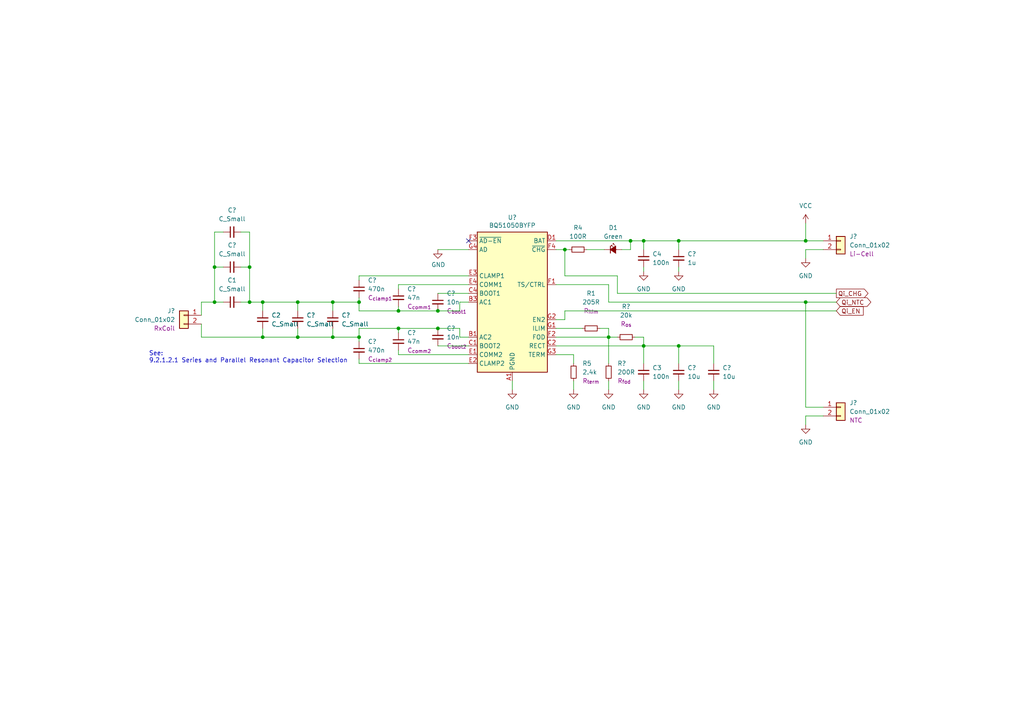
<source format=kicad_sch>
(kicad_sch (version 20211123) (generator eeschema)
  (paper "A4")
  (lib_symbols
    (symbol "Battery_Management:BQ51050BYFP"
      (property "Reference" "U" (at -8.89 21.59 0))
      (property "Value" "BQ51050BYFP" (at 7.62 21.59 0))
      (symbol "BQ51050BYFP_0_1"
        (rectangle (start -10.16 -20.32) (end 10.16 20.32) (stroke (width 0.254)) (fill (type background)))
      )
      (symbol "BQ51050BYFP_1_1"
        (pin power_in line (at 0 -22.86 90) (length 2.54) (name "PGND") (number "A1"))
        (pin passive line (at 0 -22.86 90) (length 2.54) hide (name "PGND") (number "A2"))
        (pin passive line (at 0 -22.86 90) (length 2.54) hide (name "PGND") (number "A3"))
        (pin passive line (at 0 -22.86 90) (length 2.54) hide (name "PGND") (number "A4"))
        (pin input line (at -12.7 -10.16 0) (length 2.54) (name "AC2") (number "B1"))
        (pin input line (at -12.7 -10.16 0) (length 2.54) hide (name "AC2") (number "B2"))
        (pin input line (at -12.7 0 0) (length 2.54) (name "AC1") (number "B3"))
        (pin input line (at -12.7 0 0) (length 2.54) hide (name "AC1") (number "B4"))
        (pin passive line (at -12.7 -12.7 0) (length 2.54) (name "BOOT2") (number "C1"))
        (pin passive line (at 12.7 -12.7 180) (length 2.54) (name "RECT") (number "C2"))
        (pin passive line (at 12.7 -12.7 180) (length 2.54) hide (name "RECT") (number "C3"))
        (pin passive line (at -12.7 2.54 0) (length 2.54) (name "BOOT1") (number "C4"))
        (pin power_out line (at 12.7 17.78 180) (length 2.54) (name "BAT") (number "D1"))
        (pin passive line (at 12.7 17.78 180) (length 2.54) hide (name "BAT") (number "D2"))
        (pin passive line (at 12.7 17.78 180) (length 2.54) hide (name "BAT") (number "D3"))
        (pin passive line (at 12.7 17.78 180) (length 2.54) hide (name "BAT") (number "D4"))
        (pin open_collector line (at -12.7 -15.24 0) (length 2.54) (name "COMM2") (number "E1"))
        (pin open_collector line (at -12.7 -17.78 0) (length 2.54) (name "CLAMP2") (number "E2"))
        (pin open_collector line (at -12.7 7.62 0) (length 2.54) (name "CLAMP1") (number "E3"))
        (pin open_collector line (at -12.7 5.08 0) (length 2.54) (name "COMM1") (number "E4"))
        (pin input line (at 12.7 5.08 180) (length 2.54) (name "TS/CTRL") (number "F1"))
        (pin input line (at 12.7 -10.16 180) (length 2.54) (name "FOD") (number "F2"))
        (pin output line (at -12.7 17.78 0) (length 2.54) (name "~{AD-EN}") (number "F3"))
        (pin open_collector line (at 12.7 15.24 180) (length 2.54) (name "~{CHG}") (number "F4"))
        (pin passive line (at 12.7 -7.62 180) (length 2.54) (name "ILIM") (number "G1"))
        (pin input line (at 12.7 -5.08 180) (length 2.54) (name "EN2") (number "G2"))
        (pin input line (at 12.7 -15.24 180) (length 2.54) (name "TERM") (number "G3"))
        (pin input line (at -12.7 15.24 0) (length 2.54) (name "AD") (number "G4"))
      )
    )
    (symbol "Connector_Generic:Conn_01x02" (pin_names (offset 1.016) hide)
      (property "Reference" "J" (at 0 2.54 0))
      (property "Value" "Conn_01x02" (at 0 -5.08 0))
      (symbol "Conn_01x02_1_1"
        (rectangle (start -1.27 -2.413) (end 0 -2.667) (stroke (width 0.1524)))
        (rectangle (start -1.27 0.127) (end 0 -0.127) (stroke (width 0.1524)))
        (rectangle (start -1.27 1.27) (end 1.27 -3.81) (stroke (width 0.254)) (fill (type background)))
        (pin passive line (at -5.08 0 0) (length 3.81) (name "Pin_1") (number "1"))
        (pin passive line (at -5.08 -2.54 0) (length 3.81) (name "Pin_2") (number "2"))
      )
    )
    (symbol "Device:C_Small" (pin_numbers hide) (pin_names (offset 0.254) hide)
      (property "Reference" "C" (at 0.254 1.778 0))
      (property "Value" "C_Small" (at 0.254 -2.032 0))
      (symbol "C_Small_0_1"
        (polyline (pts (xy -1.524 -0.508) (xy 1.524 -0.508)) (stroke (width 0.3302)))
        (polyline (pts (xy -1.524 0.508) (xy 1.524 0.508)) (stroke (width 0.3048)))
      )
      (symbol "C_Small_1_1"
        (pin passive line (at 0 2.54 270) (length 2.032) (name "~") (number "1"))
        (pin passive line (at 0 -2.54 90) (length 2.032) (name "~") (number "2"))
      )
    )
    (symbol "Device:LED_Small_Filled" (pin_numbers hide) (pin_names (offset 0.254) hide)
      (property "Reference" "D" (at -1.27 3.175 0))
      (property "Value" "LED_Small_Filled" (at -4.445 -2.54 0))
      (symbol "LED_Small_Filled_0_1"
        (polyline (pts (xy -0.762 -1.016) (xy -0.762 1.016)) (stroke (width 0.254)))
        (polyline (pts (xy 1.016 0) (xy -0.762 0)))
        (polyline (pts (xy 0.762 -1.016) (xy -0.762 0) (xy 0.762 1.016) (xy 0.762 -1.016)) (stroke (width 0.254)) (fill (type outline)))
        (polyline (pts (xy 0 0.762) (xy -0.508 1.27) (xy -0.254 1.27) (xy -0.508 1.27) (xy -0.508 1.016)))
        (polyline (pts (xy 0.508 1.27) (xy 0 1.778) (xy 0.254 1.778) (xy 0 1.778) (xy 0 1.524)))
      )
      (symbol "LED_Small_Filled_1_1"
        (pin passive line (at -2.54 0 0) (length 1.778) (name "K") (number "1"))
        (pin passive line (at 2.54 0 180) (length 1.778) (name "A") (number "2"))
      )
    )
    (symbol "Device:R_Small" (pin_numbers hide) (pin_names (offset 0.254) hide)
      (property "Reference" "R" (at 0.762 0.508 0))
      (property "Value" "R_Small" (at 0.762 -1.016 0))
      (symbol "R_Small_0_1"
        (rectangle (start -0.762 1.778) (end 0.762 -1.778) (stroke (width 0.2032)))
      )
      (symbol "R_Small_1_1"
        (pin passive line (at 0 2.54 270) (length 0.762) (name "~") (number "1"))
        (pin passive line (at 0 -2.54 90) (length 0.762) (name "~") (number "2"))
      )
    )
    (symbol "power:GND" (power) (pin_names (offset 0))
      (property "Value" "GND" (at 0 -3.81 0))
      (symbol "GND_0_1"
        (polyline (pts (xy 0 0) (xy 0 -1.27) (xy 1.27 -1.27) (xy 0 -2.54) (xy -1.27 -1.27) (xy 0 -1.27)))
      )
      (symbol "GND_1_1"
        (pin power_in line (at 0 0 270) (length 0) hide (name "GND") (number "1"))
      )
    )
    (symbol "power:VCC" (power) (pin_names (offset 0))
      (property "Value" "VCC" (at 0 3.81 0))
      (symbol "VCC_0_1"
        (polyline (pts (xy -0.762 1.27) (xy 0 2.54)))
        (polyline (pts (xy 0 0) (xy 0 2.54)))
        (polyline (pts (xy 0 2.54) (xy 0.762 1.27)))
      )
      (symbol "VCC_1_1"
        (pin power_in line (at 0 0 90) (length 0) hide (name "VCC") (number "1"))
      )
    )
  )
  (junction (at 96.52 87.63))
  (junction (at 62.23 77.47))
  (junction (at 86.36 97.79))
  (junction (at 62.23 87.63))
  (junction (at 176.53 97.79))
  (junction (at 127 90.17))
  (junction (at 182.88 69.85))
  (junction (at 186.69 100.33))
  (junction (at 115.57 95.25))
  (junction (at 163.83 72.39))
  (junction (at 96.52 97.79))
  (junction (at 86.36 87.63))
  (junction (at 104.14 87.63))
  (junction (at 104.14 97.79))
  (junction (at 196.85 100.33))
  (junction (at 233.68 69.85))
  (junction (at 196.85 69.85))
  (junction (at 72.39 87.63))
  (junction (at 115.57 90.17))
  (junction (at 127 95.25))
  (junction (at 76.2 97.79))
  (junction (at 186.69 69.85))
  (junction (at 76.2 87.63))
  (junction (at 233.68 87.63))
  (junction (at 72.39 77.47))
  (no_connect (at 135.89 69.85))
  (wire (pts (xy 72.39 67.31) (xy 72.39 77.47)))
  (wire (pts (xy 104.14 87.63) (xy 104.14 90.17)))
  (wire (pts (xy 115.57 102.87) (xy 135.89 102.87)))
  (wire (pts (xy 104.14 80.01) (xy 104.14 81.28)))
  (wire (pts (xy 72.39 67.31) (xy 69.85 67.31)))
  (wire (pts (xy 196.85 78.74) (xy 196.85 77.47)))
  (wire (pts (xy 186.69 78.74) (xy 186.69 77.47)))
  (wire (pts (xy 196.85 72.39) (xy 196.85 69.85)))
  (wire (pts (xy 161.29 69.85) (xy 182.88 69.85)))
  (wire (pts (xy 62.23 77.47) (xy 62.23 87.63)))
  (wire (pts (xy 180.34 72.39) (xy 182.88 72.39)))
  (wire (pts (xy 86.36 97.79) (xy 96.52 97.79)))
  (wire (pts (xy 233.68 64.77) (xy 233.68 69.85)))
  (wire (pts (xy 179.07 80.01) (xy 179.07 85.09)))
  (wire (pts (xy 179.07 85.09) (xy 242.57 85.09)))
  (wire (pts (xy 186.69 100.33) (xy 196.85 100.33)))
  (wire (pts (xy 86.36 95.25) (xy 86.36 97.79)))
  (wire (pts (xy 127 72.39) (xy 135.89 72.39)))
  (wire (pts (xy 104.14 97.79) (xy 104.14 95.25)))
  (wire (pts (xy 104.14 80.01) (xy 135.89 80.01)))
  (wire (pts (xy 62.23 87.63) (xy 64.77 87.63)))
  (wire (pts (xy 163.83 72.39) (xy 165.1 72.39)))
  (wire (pts (xy 115.57 101.6) (xy 115.57 102.87)))
  (wire (pts (xy 163.83 72.39) (xy 163.83 80.01)))
  (wire (pts (xy 104.14 105.41) (xy 135.89 105.41)))
  (wire (pts (xy 233.68 74.93) (xy 233.68 72.39)))
  (wire (pts (xy 62.23 67.31) (xy 62.23 77.47)))
  (wire (pts (xy 186.69 72.39) (xy 186.69 69.85)))
  (wire (pts (xy 166.37 113.03) (xy 166.37 110.49)))
  (wire (pts (xy 163.83 92.71) (xy 163.83 90.17)))
  (wire (pts (xy 86.36 87.63) (xy 86.36 90.17)))
  (wire (pts (xy 76.2 87.63) (xy 86.36 87.63)))
  (wire (pts (xy 186.69 97.79) (xy 186.69 100.33)))
  (wire (pts (xy 127 100.33) (xy 135.89 100.33)))
  (wire (pts (xy 176.53 82.55) (xy 161.29 82.55)))
  (wire (pts (xy 196.85 69.85) (xy 233.68 69.85)))
  (wire (pts (xy 133.35 97.79) (xy 135.89 97.79)))
  (wire (pts (xy 58.42 97.79) (xy 58.42 93.98)))
  (wire (pts (xy 115.57 82.55) (xy 115.57 83.82)))
  (wire (pts (xy 161.29 97.79) (xy 176.53 97.79)))
  (wire (pts (xy 176.53 97.79) (xy 179.07 97.79)))
  (wire (pts (xy 104.14 104.14) (xy 104.14 105.41)))
  (wire (pts (xy 176.53 97.79) (xy 176.53 95.25)))
  (wire (pts (xy 161.29 100.33) (xy 186.69 100.33)))
  (wire (pts (xy 148.59 113.03) (xy 148.59 110.49)))
  (wire (pts (xy 196.85 100.33) (xy 196.85 105.41)))
  (wire (pts (xy 176.53 87.63) (xy 233.68 87.63)))
  (wire (pts (xy 127 85.09) (xy 135.89 85.09)))
  (wire (pts (xy 86.36 87.63) (xy 96.52 87.63)))
  (wire (pts (xy 115.57 90.17) (xy 127 90.17)))
  (wire (pts (xy 184.15 97.79) (xy 186.69 97.79)))
  (wire (pts (xy 76.2 97.79) (xy 86.36 97.79)))
  (wire (pts (xy 170.18 72.39) (xy 175.26 72.39)))
  (wire (pts (xy 161.29 92.71) (xy 163.83 92.71)))
  (wire (pts (xy 115.57 88.9) (xy 115.57 90.17)))
  (wire (pts (xy 133.35 87.63) (xy 135.89 87.63)))
  (wire (pts (xy 233.68 87.63) (xy 233.68 118.11)))
  (wire (pts (xy 96.52 97.79) (xy 104.14 97.79)))
  (wire (pts (xy 58.42 87.63) (xy 58.42 91.44)))
  (wire (pts (xy 62.23 67.31) (xy 64.77 67.31)))
  (wire (pts (xy 72.39 87.63) (xy 69.85 87.63)))
  (wire (pts (xy 163.83 90.17) (xy 242.57 90.17)))
  (wire (pts (xy 72.39 87.63) (xy 76.2 87.63)))
  (wire (pts (xy 115.57 95.25) (xy 115.57 96.52)))
  (wire (pts (xy 115.57 82.55) (xy 135.89 82.55)))
  (wire (pts (xy 233.68 118.11) (xy 238.76 118.11)))
  (wire (pts (xy 104.14 86.36) (xy 104.14 87.63)))
  (wire (pts (xy 96.52 87.63) (xy 96.52 90.17)))
  (wire (pts (xy 72.39 77.47) (xy 72.39 87.63)))
  (wire (pts (xy 196.85 110.49) (xy 196.85 113.03)))
  (wire (pts (xy 72.39 77.47) (xy 69.85 77.47)))
  (wire (pts (xy 176.53 95.25) (xy 173.99 95.25)))
  (wire (pts (xy 233.68 120.65) (xy 238.76 120.65)))
  (wire (pts (xy 176.53 87.63) (xy 176.53 82.55)))
  (wire (pts (xy 233.68 72.39) (xy 238.76 72.39)))
  (wire (pts (xy 166.37 105.41) (xy 166.37 102.87)))
  (wire (pts (xy 115.57 95.25) (xy 127 95.25)))
  (wire (pts (xy 186.69 100.33) (xy 186.69 105.41)))
  (wire (pts (xy 161.29 95.25) (xy 168.91 95.25)))
  (wire (pts (xy 186.69 69.85) (xy 196.85 69.85)))
  (wire (pts (xy 163.83 80.01) (xy 179.07 80.01)))
  (wire (pts (xy 58.42 97.79) (xy 76.2 97.79)))
  (wire (pts (xy 233.68 123.19) (xy 233.68 120.65)))
  (wire (pts (xy 127 95.25) (xy 133.35 95.25)))
  (wire (pts (xy 96.52 87.63) (xy 104.14 87.63)))
  (wire (pts (xy 176.53 110.49) (xy 176.53 113.03)))
  (wire (pts (xy 104.14 97.79) (xy 104.14 99.06)))
  (wire (pts (xy 207.01 110.49) (xy 207.01 113.03)))
  (wire (pts (xy 207.01 100.33) (xy 207.01 105.41)))
  (wire (pts (xy 196.85 100.33) (xy 207.01 100.33)))
  (wire (pts (xy 182.88 72.39) (xy 182.88 69.85)))
  (wire (pts (xy 76.2 87.63) (xy 76.2 90.17)))
  (wire (pts (xy 233.68 69.85) (xy 238.76 69.85)))
  (wire (pts (xy 176.53 97.79) (xy 176.53 105.41)))
  (wire (pts (xy 104.14 95.25) (xy 115.57 95.25)))
  (wire (pts (xy 161.29 72.39) (xy 163.83 72.39)))
  (wire (pts (xy 166.37 102.87) (xy 161.29 102.87)))
  (wire (pts (xy 233.68 87.63) (xy 242.57 87.63)))
  (wire (pts (xy 133.35 90.17) (xy 133.35 87.63)))
  (wire (pts (xy 186.69 110.49) (xy 186.69 113.03)))
  (wire (pts (xy 182.88 69.85) (xy 186.69 69.85)))
  (wire (pts (xy 127 90.17) (xy 133.35 90.17)))
  (wire (pts (xy 76.2 95.25) (xy 76.2 97.79)))
  (wire (pts (xy 133.35 95.25) (xy 133.35 97.79)))
  (wire (pts (xy 104.14 90.17) (xy 115.57 90.17)))
  (wire (pts (xy 58.42 87.63) (xy 62.23 87.63)))
  (wire (pts (xy 96.52 95.25) (xy 96.52 97.79)))
  (wire (pts (xy 62.23 77.47) (xy 64.77 77.47)))
  (text "See:\n9.2.1.2.1 Series and Parallel Resonant Capacitor Selection" (at 43.18 105.41 0) (effects (font (size 1.27 1.27)) (justify left bottom)))
  (global_label "Qi_EN" (shape input) (at 242.57 90.17 0) (property "Intersheet References" "${INTERSHEET_REFS}" (effects hide)))
  (global_label "Qi_NTC" (shape bidirectional) (at 242.57 87.63 0) (property "Intersheet References" "${INTERSHEET_REFS}" (effects hide)))
  (global_label "Qi_CHG" (shape output) (at 242.57 85.09 0) (property "Intersheet References" "${INTERSHEET_REFS}" (effects hide)))
  (symbol (lib_id "Device:R_Small") (at 181.61 97.79 90) (unit 1)
    (property "Reference" "R?" (at 181.61 88.9 90))
    (property "Value" "20k" (at 181.61 91.44 90))
    (property "Footprint" "Resistor_SMD:R_0603_1608Metric" (effects hide))
    (property "Name" "R_{os}" (at 181.61 93.98 90))
  )
  (symbol (lib_id "Device:C_Small") (at 127 97.79 0) (unit 1)
    (property "Reference" "C?" (at 129.54 95.2562 0) (effects (justify left)))
    (property "Value" "10n" (at 129.54 97.7962 0) (effects (justify left)))
    (property "Footprint" "Capacitor_SMD:C_0603_1608Metric" (effects hide))
    (property "Name" "C_{boot2}" (at 129.54 100.3362 0) (effects (justify left)))
  )
  (symbol (lib_id "Connector_Generic:Conn_01x02") (at 53.34 91.44 0) (mirror y) (unit 1)
    (property "Reference" "J?" (at 50.8 90.1699 0) (effects (justify left)))
    (property "Value" "Conn_01x02" (at 50.8 92.7099 0) (effects (justify left)))
    (property "Footprint" "Connector_PinHeader_2.54mm:PinHeader_1x02_P2.54mm_Vertical" (effects hide))
    (property "silk_text" "RxCoil" (at 50.8 95.2499 0) (effects (justify left)))
  )
  (symbol (lib_id "power:GND") (at 166.37 113.03 0) (unit 1)
    (property "Reference" "#PWR?" (effects hide))
    (property "Value" "GND" (at 166.37 118.11 0))
  )
  (symbol (lib_id "Device:C_Small") (at 196.85 107.95 0) (unit 1)
    (property "Reference" "C?" (at 199.39 106.6862 0) (effects (justify left)))
    (property "Value" "10u" (at 199.39 109.2262 0) (effects (justify left)))
    (property "Footprint" "Capacitor_SMD:C_0805_2012Metric" (effects hide))
  )
  (symbol (lib_id "Device:R_Small") (at 166.37 107.95 0) (unit 1)
    (property "Reference" "R5" (at 168.91 105.4099 0) (effects (justify left)))
    (property "Value" "2.4k" (at 168.91 107.9499 0) (effects (justify left)))
    (property "Footprint" "Resistor_SMD:R_0603_1608Metric" (effects hide))
    (property "Name" "R_{term}" (at 168.91 110.4899 0) (effects (justify left)))
  )
  (symbol (lib_id "power:GND") (at 186.69 78.74 0) (unit 1)
    (property "Reference" "#PWR?" (effects hide))
    (property "Value" "GND" (at 186.69 83.82 0))
  )
  (symbol (lib_id "power:GND") (at 148.59 113.03 0) (unit 1)
    (property "Reference" "#PWR?" (effects hide))
    (property "Value" "GND" (at 148.59 118.11 0))
  )
  (symbol (lib_id "Device:C_Small") (at 186.69 107.95 0) (unit 1)
    (property "Reference" "C3" (at 189.23 106.6862 0) (effects (justify left)))
    (property "Value" "100n" (at 189.23 109.2262 0) (effects (justify left)))
    (property "Footprint" "Capacitor_SMD:C_0603_1608Metric" (effects hide))
  )
  (symbol (lib_id "Device:C_Small") (at 207.01 107.95 0) (unit 1)
    (property "Reference" "C?" (at 209.55 106.6862 0) (effects (justify left)))
    (property "Value" "10u" (at 209.55 109.2262 0) (effects (justify left)))
    (property "Footprint" "Capacitor_SMD:C_0805_2012Metric" (effects hide))
  )
  (symbol (lib_id "Connector_Generic:Conn_01x02") (at 243.84 118.11 0) (unit 1)
    (property "Reference" "J?" (at 246.38 116.8399 0) (effects (justify left)))
    (property "Value" "Conn_01x02" (at 246.38 119.3799 0) (effects (justify left)))
    (property "Footprint" "Connector_PinHeader_2.54mm:PinHeader_1x02_P2.54mm_Vertical" (effects hide))
    (property "silk_text" "NTC" (at 246.38 121.9199 0) (effects (justify left)))
  )
  (symbol (lib_id "power:GND") (at 186.69 113.03 0) (unit 1)
    (property "Reference" "#PWR?" (effects hide))
    (property "Value" "GND" (at 186.69 118.11 0))
  )
  (symbol (lib_id "power:GND") (at 207.01 113.03 0) (unit 1)
    (property "Reference" "#PWR?" (effects hide))
    (property "Value" "GND" (at 207.01 118.11 0))
  )
  (symbol (lib_id "Connector_Generic:Conn_01x02") (at 243.84 69.85 0) (unit 1)
    (property "Reference" "J?" (at 246.38 68.5799 0) (effects (justify left)))
    (property "Value" "Conn_01x02" (at 246.38 71.1199 0) (effects (justify left)))
    (property "Footprint" "Connector_PinHeader_2.54mm:PinHeader_1x02_P2.54mm_Vertical" (effects hide))
    (property "silk_text" "Li-Cell" (at 246.38 73.6599 0) (effects (justify left)))
  )
  (symbol (lib_id "Device:C_Small") (at 67.31 77.47 90) (unit 1)
    (property "Reference" "C?" (at 67.3163 71.12 90))
    (property "Value" "C_Small" (at 67.3163 73.66 90))
    (property "Footprint" "Capacitor_SMD:C_0603_1608Metric" (effects hide))
    (property "Rating" "50V" (effects hide))
  )
  (symbol (lib_id "Device:C_Small") (at 67.31 67.31 90) (unit 1)
    (property "Reference" "C?" (at 67.3163 60.96 90))
    (property "Value" "C_Small" (at 67.3163 63.5 90))
    (property "Footprint" "Capacitor_SMD:C_0603_1608Metric" (effects hide))
    (property "Rating" "50V" (effects hide))
  )
  (symbol (lib_id "power:GND") (at 233.68 74.93 0) (unit 1)
    (property "Reference" "#PWR?" (effects hide))
    (property "Value" "GND" (at 233.68 80.01 0))
  )
  (symbol (lib_id "Device:R_Small") (at 167.64 72.39 90) (unit 1)
    (property "Reference" "R4" (at 167.64 66.04 90))
    (property "Value" "100R" (at 167.64 68.58 90))
    (property "Footprint" "Resistor_SMD:R_0603_1608Metric" (effects hide))
  )
  (symbol (lib_id "power:VCC") (at 233.68 64.77 0) (unit 1)
    (property "Reference" "#PWR?" (effects hide))
    (property "Value" "VCC" (at 233.68 59.69 0))
  )
  (symbol (lib_id "Device:C_Small") (at 186.69 74.93 0) (unit 1)
    (property "Reference" "C4" (at 189.23 73.6662 0) (effects (justify left)))
    (property "Value" "100n" (at 189.23 76.2062 0) (effects (justify left)))
    (property "Footprint" "Capacitor_SMD:C_0603_1608Metric" (effects hide))
  )
  (symbol (lib_id "Device:R_Small") (at 171.45 95.25 90) (unit 1)
    (property "Reference" "R1" (at 171.45 85.09 90))
    (property "Value" "205R" (at 171.45 87.63 90))
    (property "Footprint" "Resistor_SMD:R_0603_1608Metric" (effects hide))
    (property "Name" "R_{ilim}" (at 171.45 90.17 90))
  )
  (symbol (lib_id "Device:R_Small") (at 176.53 107.95 0) (unit 1)
    (property "Reference" "R?" (at 179.07 105.4099 0) (effects (justify left)))
    (property "Value" "200R" (at 179.07 107.9499 0) (effects (justify left)))
    (property "Footprint" "Resistor_SMD:R_0603_1608Metric" (effects hide))
    (property "Name" "R_{fod}" (at 179.07 110.4899 0) (effects (justify left)))
  )
  (symbol (lib_id "Device:C_Small") (at 86.36 92.71 0) (unit 1)
    (property "Reference" "C?" (at 88.9 91.4462 0) (effects (justify left)))
    (property "Value" "C_Small" (at 88.9 93.9862 0) (effects (justify left)))
    (property "Footprint" "Capacitor_SMD:C_0603_1608Metric" (effects hide))
  )
  (symbol (lib_id "power:GND") (at 233.68 123.19 0) (unit 1)
    (property "Reference" "#PWR?" (effects hide))
    (property "Value" "GND" (at 233.68 128.27 0))
  )
  (symbol (lib_id "Device:C_Small") (at 115.57 99.06 0) (unit 1)
    (property "Reference" "C?" (at 118.11 96.5262 0) (effects (justify left)))
    (property "Value" "47n" (at 118.11 99.0662 0) (effects (justify left)))
    (property "Footprint" "Capacitor_SMD:C_0603_1608Metric" (effects hide))
    (property "Name" "C_{comm2}" (at 118.11 101.6062 0) (effects (justify left)))
  )
  (symbol (lib_id "Device:C_Small") (at 104.14 101.6 0) (unit 1)
    (property "Reference" "C?" (at 106.68 99.0662 0) (effects (justify left)))
    (property "Value" "470n" (at 106.68 101.6062 0) (effects (justify left)))
    (property "Footprint" "Capacitor_SMD:C_0603_1608Metric" (effects hide))
    (property "Name" "C_{clamp2}" (at 106.68 104.1462 0) (effects (justify left)))
  )
  (symbol (lib_id "Battery_Management:BQ51050BYFP") (at 148.59 87.63 0) (unit 1)
    (property "Reference" "U?" (at 148.59 63.0682 0))
    (property "Value" "BQ51050BYFP" (at 148.59 65.3796 0))
    (property "Footprint" "Package_BGA:Texas_DSBGA-28_1.9x3.0mm_Layout4x7_P0.4mm" (effects hide))
    (property "Datasheet" "http://www.ti.com/lit/ds/symlink/bq51050b.pdf" (effects hide))
  )
  (symbol (lib_id "Device:LED_Small_Filled") (at 177.8 72.39 0) (unit 1)
    (property "Reference" "D1" (at 177.8635 66.04 0))
    (property "Value" "Green" (at 177.8635 68.58 0))
    (property "Footprint" "LED_SMD:LED_0603_1608Metric" (effects hide))
  )
  (symbol (lib_id "power:GND") (at 127 72.39 0) (unit 1)
    (property "Reference" "#PWR?" (effects hide))
    (property "Value" "GND" (at 127.127 76.7842 0))
  )
  (symbol (lib_id "power:GND") (at 196.85 113.03 0) (unit 1)
    (property "Reference" "#PWR?" (effects hide))
    (property "Value" "GND" (at 196.85 118.11 0))
  )
  (symbol (lib_id "Device:C_Small") (at 67.31 87.63 90) (unit 1)
    (property "Reference" "C1" (at 67.3163 81.28 90))
    (property "Value" "C_Small" (at 67.3163 83.82 90))
    (property "Footprint" "Capacitor_SMD:C_0603_1608Metric" (effects hide))
    (property "Rating" "50V" (effects hide))
  )
  (symbol (lib_id "Device:C_Small") (at 115.57 86.36 0) (unit 1)
    (property "Reference" "C?" (at 118.11 83.8262 0) (effects (justify left)))
    (property "Value" "47n" (at 118.11 86.3662 0) (effects (justify left)))
    (property "Footprint" "Capacitor_SMD:C_0603_1608Metric" (effects hide))
    (property "Name" "C_{comm1}" (at 118.11 88.9062 0) (effects (justify left)))
  )
  (symbol (lib_id "Device:C_Small") (at 96.52 92.71 0) (unit 1)
    (property "Reference" "C?" (at 99.06 91.4462 0) (effects (justify left)))
    (property "Value" "C_Small" (at 99.06 93.9862 0) (effects (justify left)))
    (property "Footprint" "Capacitor_SMD:C_0603_1608Metric" (effects hide))
  )
  (symbol (lib_id "power:GND") (at 196.85 78.74 0) (unit 1)
    (property "Reference" "#PWR?" (effects hide))
    (property "Value" "GND" (at 196.85 83.82 0))
  )
  (symbol (lib_id "Device:C_Small") (at 196.85 74.93 0) (unit 1)
    (property "Reference" "C?" (at 199.39 73.6662 0) (effects (justify left)))
    (property "Value" "1u" (at 199.39 76.2062 0) (effects (justify left)))
    (property "Footprint" "Capacitor_SMD:C_0603_1608Metric" (effects hide))
  )
  (symbol (lib_id "Device:C_Small") (at 76.2 92.71 0) (unit 1)
    (property "Reference" "C2" (at 78.74 91.4462 0) (effects (justify left)))
    (property "Value" "C_Small" (at 78.74 93.9862 0) (effects (justify left)))
    (property "Footprint" "Capacitor_SMD:C_0603_1608Metric" (effects hide))
  )
  (symbol (lib_id "power:GND") (at 176.53 113.03 0) (unit 1)
    (property "Reference" "#PWR?" (effects hide))
    (property "Value" "GND" (at 176.53 118.11 0))
  )
  (symbol (lib_id "Device:C_Small") (at 104.14 83.82 0) (unit 1)
    (property "Reference" "C?" (at 106.68 81.2862 0) (effects (justify left)))
    (property "Value" "470n" (at 106.68 83.8262 0) (effects (justify left)))
    (property "Footprint" "Capacitor_SMD:C_0603_1608Metric" (effects hide))
    (property "Name" "C_{clamp1}" (at 106.68 86.3662 0) (effects (justify left)))
  )
  (symbol (lib_id "Device:C_Small") (at 127 87.63 0) (unit 1)
    (property "Reference" "C?" (at 129.54 85.0962 0) (effects (justify left)))
    (property "Value" "10n" (at 129.54 87.6362 0) (effects (justify left)))
    (property "Footprint" "Capacitor_SMD:C_0603_1608Metric" (effects hide))
    (property "Name" "C_{boot1}" (at 129.54 90.1762 0) (effects (justify left)))
  )
)
</source>
